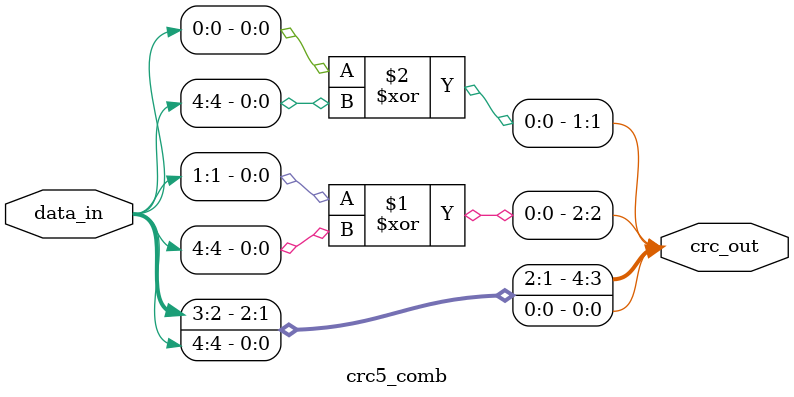
<source format=sv>
module crc5_comb (
    input [4:0] data_in,
    output [4:0] crc_out
);
    // Optimized CRC calculation using direct boolean expressions
    assign crc_out[4] = data_in[3];
    assign crc_out[3] = data_in[2];
    assign crc_out[2] = data_in[1] ^ data_in[4];
    assign crc_out[1] = data_in[0] ^ data_in[4];
    assign crc_out[0] = data_in[4];
endmodule
</source>
